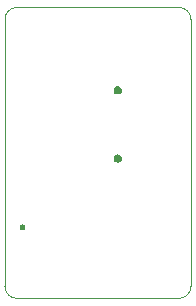
<source format=gbr>
%TF.GenerationSoftware,KiCad,Pcbnew,8.0.4*%
%TF.CreationDate,2024-12-29T16:28:47-05:00*%
%TF.ProjectId,SurroundSensePCB,53757272-6f75-46e6-9453-656e73655043,rev?*%
%TF.SameCoordinates,Original*%
%TF.FileFunction,Profile,NP*%
%FSLAX46Y46*%
G04 Gerber Fmt 4.6, Leading zero omitted, Abs format (unit mm)*
G04 Created by KiCad (PCBNEW 8.0.4) date 2024-12-29 16:28:47*
%MOMM*%
%LPD*%
G01*
G04 APERTURE LIST*
%TA.AperFunction,Profile*%
%ADD10C,0.050000*%
%TD*%
%TA.AperFunction,Profile*%
%ADD11C,0.000000*%
%TD*%
G04 APERTURE END LIST*
D10*
X128270000Y-77470000D02*
G75*
G02*
X129286000Y-76454000I1016000J0D01*
G01*
X144018000Y-100076000D02*
X144018000Y-77470000D01*
X129286000Y-101092000D02*
G75*
G02*
X128270000Y-100076000I0J1016000D01*
G01*
X143002000Y-76454000D02*
X129286000Y-76454000D01*
X128270000Y-77470000D02*
X128270000Y-100076000D01*
X143002000Y-76454000D02*
G75*
G02*
X144018000Y-77470000I0J-1016000D01*
G01*
X129286000Y-101092000D02*
X143002000Y-101092000D01*
X144018000Y-100076000D02*
G75*
G02*
X143002000Y-101092000I-1016000J0D01*
G01*
D11*
%TA.AperFunction,Profile*%
%TO.C,USB1*%
G36*
X137922656Y-83137130D02*
G01*
X138020225Y-83186844D01*
X138097656Y-83264275D01*
X138147370Y-83361844D01*
X138164500Y-83470000D01*
X138147370Y-83578156D01*
X138097656Y-83675725D01*
X138020225Y-83753156D01*
X137922656Y-83802870D01*
X137814500Y-83820000D01*
X137706344Y-83802870D01*
X137608775Y-83753156D01*
X137531344Y-83675725D01*
X137481630Y-83578156D01*
X137464500Y-83470000D01*
X137481630Y-83361844D01*
X137531344Y-83264275D01*
X137608775Y-83186844D01*
X137706344Y-83137130D01*
X137814500Y-83120000D01*
X137922656Y-83137130D01*
G37*
%TD.AperFunction*%
%TA.AperFunction,Profile*%
G36*
X137922656Y-88917130D02*
G01*
X138020225Y-88966844D01*
X138097656Y-89044275D01*
X138147370Y-89141844D01*
X138164500Y-89250000D01*
X138147370Y-89358156D01*
X138097656Y-89455725D01*
X138020225Y-89533156D01*
X137922656Y-89582870D01*
X137814500Y-89600000D01*
X137706344Y-89582870D01*
X137608775Y-89533156D01*
X137531344Y-89455725D01*
X137481630Y-89358156D01*
X137464500Y-89250000D01*
X137481630Y-89141844D01*
X137531344Y-89044275D01*
X137608775Y-88966844D01*
X137706344Y-88917130D01*
X137814500Y-88900000D01*
X137922656Y-88917130D01*
G37*
%TD.AperFunction*%
%TA.AperFunction,Profile*%
%TO.C,MIC1*%
G36*
X129848171Y-94841030D02*
G01*
X129929277Y-94895223D01*
X129983470Y-94976329D01*
X130002500Y-95072000D01*
X129983470Y-95167671D01*
X129929277Y-95248777D01*
X129848171Y-95302970D01*
X129752500Y-95322000D01*
X129656829Y-95302970D01*
X129575723Y-95248777D01*
X129521530Y-95167671D01*
X129502500Y-95072000D01*
X129521530Y-94976329D01*
X129575723Y-94895223D01*
X129656829Y-94841030D01*
X129752500Y-94822000D01*
X129848171Y-94841030D01*
G37*
%TD.AperFunction*%
%TD*%
M02*

</source>
